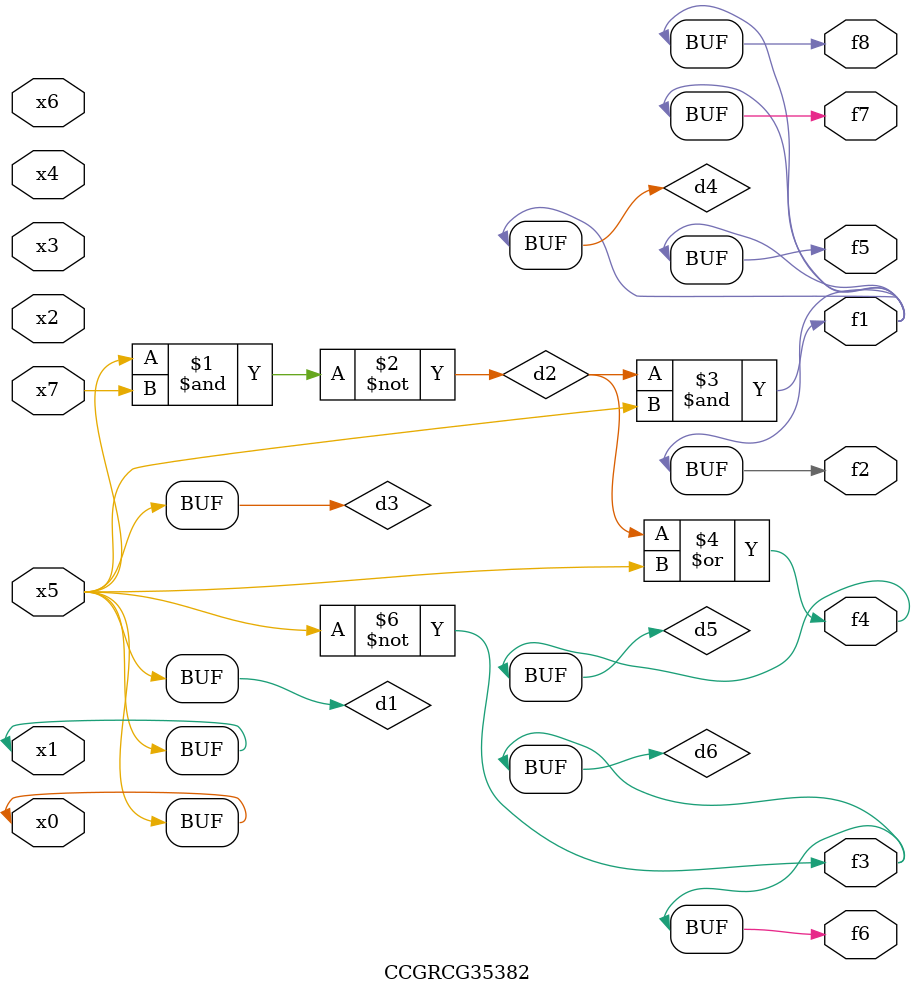
<source format=v>
module CCGRCG35382(
	input x0, x1, x2, x3, x4, x5, x6, x7,
	output f1, f2, f3, f4, f5, f6, f7, f8
);

	wire d1, d2, d3, d4, d5, d6;

	buf (d1, x0, x5);
	nand (d2, x5, x7);
	buf (d3, x0, x1);
	and (d4, d2, d3);
	or (d5, d2, d3);
	nor (d6, d1, d3);
	assign f1 = d4;
	assign f2 = d4;
	assign f3 = d6;
	assign f4 = d5;
	assign f5 = d4;
	assign f6 = d6;
	assign f7 = d4;
	assign f8 = d4;
endmodule

</source>
